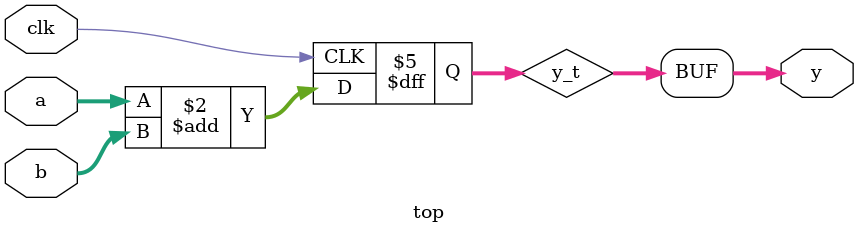
<source format=sv>
module top(input clk,
             input  [3:0] a,b,
             output [4:0] y
            );
  reg [4:0] y_t = 0;


  always@(posedge clk)
  begin
    y_t <= a + b;
  end

  assign y = y_t;

  initial
  begin
    $dumpfile("prj_1_all.vcd");
    $dumpvars(1,top);
  end


endmodule

</source>
